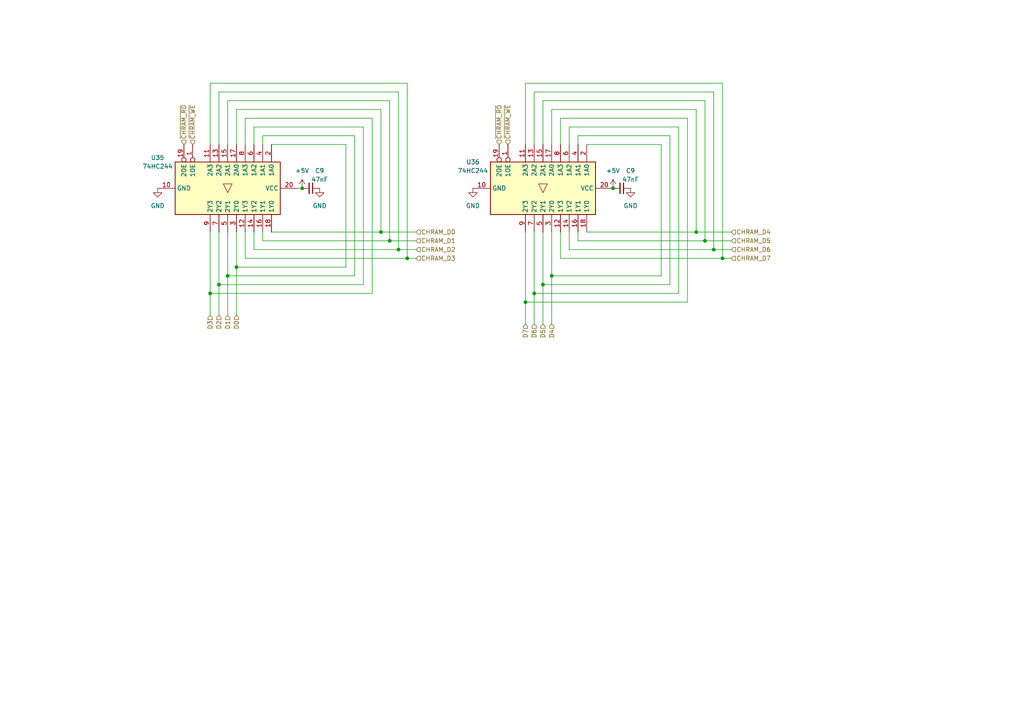
<source format=kicad_sch>
(kicad_sch (version 20230121) (generator eeschema)
  (paper "A4")
  (lib_symbols
    (symbol "74xx:74HC244"
      (property "Reference" "U" (at -7.62 16.51 0))
      (property "Value" "74HC244" (at -7.62 -16.51 0))
      (symbol "74HC244_1_0"
        (polyline (pts (xy 1.27 0) (xy -1.27 1.27) (xy -1.27 -1.27) (xy 1.27 0)) (stroke (width 0.1524)))
        (pin input inverted (at -12.7 -10.16 0) (length 5.08) (name "1OE") (number "1"))
        (pin power_in line (at 0 -20.32 90) (length 5.08) (name "GND") (number "10"))
        (pin input line (at -12.7 -5.08 0) (length 5.08) (name "2A3") (number "11"))
        (pin tri_state line (at 12.7 5.08 180) (length 5.08) (name "1Y3") (number "12"))
        (pin input line (at -12.7 -2.54 0) (length 5.08) (name "2A2") (number "13"))
        (pin tri_state line (at 12.7 7.62 180) (length 5.08) (name "1Y2") (number "14"))
        (pin input line (at -12.7 0 0) (length 5.08) (name "2A1") (number "15"))
        (pin tri_state line (at 12.7 10.16 180) (length 5.08) (name "1Y1") (number "16"))
        (pin input line (at -12.7 2.54 0) (length 5.08) (name "2A0") (number "17"))
        (pin tri_state line (at 12.7 12.7 180) (length 5.08) (name "1Y0") (number "18"))
        (pin input inverted (at -12.7 -12.7 0) (length 5.08) (name "2OE") (number "19"))
        (pin input line (at -12.7 12.7 0) (length 5.08) (name "1A0") (number "2"))
        (pin power_in line (at 0 20.32 270) (length 5.08) (name "VCC") (number "20"))
        (pin tri_state line (at 12.7 2.54 180) (length 5.08) (name "2Y0") (number "3"))
        (pin input line (at -12.7 10.16 0) (length 5.08) (name "1A1") (number "4"))
        (pin tri_state line (at 12.7 0 180) (length 5.08) (name "2Y1") (number "5"))
        (pin input line (at -12.7 7.62 0) (length 5.08) (name "1A2") (number "6"))
        (pin tri_state line (at 12.7 -2.54 180) (length 5.08) (name "2Y2") (number "7"))
        (pin input line (at -12.7 5.08 0) (length 5.08) (name "1A3") (number "8"))
        (pin tri_state line (at 12.7 -5.08 180) (length 5.08) (name "2Y3") (number "9"))
      )
      (symbol "74HC244_1_1"
        (rectangle (start -7.62 15.24) (end 7.62 -15.24) (stroke (width 0.254)) (fill (type background)))
      )
    )
    (symbol "Device:C_Small" (pin_numbers hide) (pin_names (offset 0.254) hide)
      (property "Reference" "C" (at 0.254 1.778 0))
      (property "Value" "C_Small" (at 0.254 -2.032 0))
      (symbol "C_Small_0_1"
        (polyline (pts (xy -1.524 -0.508) (xy 1.524 -0.508)) (stroke (width 0.3302)))
        (polyline (pts (xy -1.524 0.508) (xy 1.524 0.508)) (stroke (width 0.3048)))
      )
      (symbol "C_Small_1_1"
        (pin passive line (at 0 2.54 270) (length 2.032) (name "~") (number "1"))
        (pin passive line (at 0 -2.54 90) (length 2.032) (name "~") (number "2"))
      )
    )
    (symbol "power:+5V" (power) (pin_names (offset 0))
      (property "Value" "+5V" (at 0 3.556 0))
      (symbol "+5V_0_1"
        (polyline (pts (xy -0.762 1.27) (xy 0 2.54)))
        (polyline (pts (xy 0 0) (xy 0 2.54)))
        (polyline (pts (xy 0 2.54) (xy 0.762 1.27)))
      )
      (symbol "+5V_1_1"
        (pin power_in line (at 0 0 90) (length 0) hide (name "+5V") (number "1"))
      )
    )
    (symbol "power:GND" (power) (pin_names (offset 0))
      (property "Value" "GND" (at 0 -3.81 0))
      (symbol "GND_0_1"
        (polyline (pts (xy 0 0) (xy 0 -1.27) (xy 1.27 -1.27) (xy 0 -2.54) (xy -1.27 -1.27) (xy 0 -1.27)))
      )
      (symbol "GND_1_1"
        (pin power_in line (at 0 0 270) (length 0) hide (name "GND") (number "1"))
      )
    )
  )
  (junction (at 207.01 72.39))
  (junction (at 209.55 74.93))
  (junction (at 87.63 54.61))
  (junction (at 118.11 74.93))
  (junction (at 152.4 87.63))
  (junction (at 68.58 77.47))
  (junction (at 66.04 80.01))
  (junction (at 63.5 82.55))
  (junction (at 204.47 69.85))
  (junction (at 201.93 67.31))
  (junction (at 154.94 85.09))
  (junction (at 115.57 72.39))
  (junction (at 160.02 80.01))
  (junction (at 110.49 67.31))
  (junction (at 177.8 54.61))
  (junction (at 157.48 82.55))
  (junction (at 60.96 85.09))
  (junction (at 113.03 69.85))
  (wire (pts (xy 115.57 26.67) (xy 63.5 26.67)))
  (wire (pts (xy 63.5 26.67) (xy 63.5 41.91)))
  (wire (pts (xy 76.2 69.85) (xy 113.03 69.85)))
  (wire (pts (xy 201.93 67.31) (xy 212.09 67.31)))
  (wire (pts (xy 73.66 36.83) (xy 73.66 41.91)))
  (wire (pts (xy 76.2 39.37) (xy 76.2 41.91)))
  (wire (pts (xy 160.02 67.31) (xy 160.02 80.01)))
  (wire (pts (xy 63.5 67.31) (xy 63.5 82.55)))
  (wire (pts (xy 167.64 67.31) (xy 167.64 69.85)))
  (wire (pts (xy 194.31 39.37) (xy 194.31 82.55)))
  (wire (pts (xy 160.02 80.01) (xy 191.77 80.01)))
  (wire (pts (xy 71.12 74.93) (xy 118.11 74.93)))
  (wire (pts (xy 207.01 72.39) (xy 207.01 26.67)))
  (wire (pts (xy 201.93 31.75) (xy 160.02 31.75)))
  (wire (pts (xy 105.41 82.55) (xy 105.41 36.83)))
  (wire (pts (xy 73.66 67.31) (xy 73.66 72.39)))
  (wire (pts (xy 160.02 31.75) (xy 160.02 41.91)))
  (wire (pts (xy 191.77 80.01) (xy 191.77 41.91)))
  (wire (pts (xy 191.77 41.91) (xy 170.18 41.91)))
  (wire (pts (xy 152.4 87.63) (xy 199.39 87.63)))
  (wire (pts (xy 102.87 80.01) (xy 102.87 39.37)))
  (wire (pts (xy 194.31 39.37) (xy 167.64 39.37)))
  (wire (pts (xy 165.1 67.31) (xy 165.1 72.39)))
  (wire (pts (xy 105.41 36.83) (xy 73.66 36.83)))
  (wire (pts (xy 162.56 67.31) (xy 162.56 74.93)))
  (wire (pts (xy 165.1 72.39) (xy 207.01 72.39)))
  (wire (pts (xy 78.74 67.31) (xy 110.49 67.31)))
  (wire (pts (xy 107.95 34.29) (xy 107.95 85.09)))
  (wire (pts (xy 152.4 87.63) (xy 152.4 93.98)))
  (wire (pts (xy 209.55 74.93) (xy 209.55 24.13)))
  (wire (pts (xy 76.2 67.31) (xy 76.2 69.85)))
  (wire (pts (xy 204.47 29.21) (xy 157.48 29.21)))
  (wire (pts (xy 170.18 67.31) (xy 201.93 67.31)))
  (wire (pts (xy 66.04 29.21) (xy 66.04 41.91)))
  (wire (pts (xy 68.58 77.47) (xy 100.33 77.47)))
  (wire (pts (xy 204.47 69.85) (xy 212.09 69.85)))
  (wire (pts (xy 115.57 72.39) (xy 120.65 72.39)))
  (wire (pts (xy 162.56 74.93) (xy 209.55 74.93)))
  (wire (pts (xy 100.33 41.91) (xy 78.74 41.91)))
  (wire (pts (xy 66.04 67.31) (xy 66.04 80.01)))
  (wire (pts (xy 60.96 85.09) (xy 60.96 91.44)))
  (wire (pts (xy 102.87 39.37) (xy 76.2 39.37)))
  (wire (pts (xy 162.56 34.29) (xy 162.56 41.91)))
  (wire (pts (xy 196.85 36.83) (xy 165.1 36.83)))
  (wire (pts (xy 157.48 29.21) (xy 157.48 41.91)))
  (wire (pts (xy 154.94 26.67) (xy 154.94 41.91)))
  (wire (pts (xy 63.5 82.55) (xy 63.5 91.44)))
  (wire (pts (xy 60.96 67.31) (xy 60.96 85.09)))
  (wire (pts (xy 115.57 72.39) (xy 115.57 26.67)))
  (wire (pts (xy 60.96 24.13) (xy 60.96 41.91)))
  (wire (pts (xy 110.49 67.31) (xy 120.65 67.31)))
  (wire (pts (xy 71.12 34.29) (xy 71.12 41.91)))
  (wire (pts (xy 207.01 72.39) (xy 212.09 72.39)))
  (wire (pts (xy 73.66 72.39) (xy 115.57 72.39)))
  (wire (pts (xy 160.02 80.01) (xy 160.02 93.98)))
  (wire (pts (xy 110.49 31.75) (xy 68.58 31.75)))
  (wire (pts (xy 201.93 67.31) (xy 201.93 31.75)))
  (wire (pts (xy 152.4 24.13) (xy 152.4 41.91)))
  (wire (pts (xy 68.58 31.75) (xy 68.58 41.91)))
  (wire (pts (xy 207.01 26.67) (xy 154.94 26.67)))
  (wire (pts (xy 154.94 85.09) (xy 196.85 85.09)))
  (wire (pts (xy 118.11 24.13) (xy 60.96 24.13)))
  (wire (pts (xy 204.47 69.85) (xy 204.47 29.21)))
  (wire (pts (xy 154.94 67.31) (xy 154.94 85.09)))
  (wire (pts (xy 113.03 69.85) (xy 120.65 69.85)))
  (wire (pts (xy 66.04 80.01) (xy 66.04 91.44)))
  (wire (pts (xy 209.55 24.13) (xy 152.4 24.13)))
  (wire (pts (xy 152.4 67.31) (xy 152.4 87.63)))
  (wire (pts (xy 167.64 39.37) (xy 167.64 41.91)))
  (wire (pts (xy 157.48 67.31) (xy 157.48 82.55)))
  (wire (pts (xy 199.39 34.29) (xy 199.39 87.63)))
  (wire (pts (xy 71.12 67.31) (xy 71.12 74.93)))
  (wire (pts (xy 167.64 69.85) (xy 204.47 69.85)))
  (wire (pts (xy 107.95 34.29) (xy 71.12 34.29)))
  (wire (pts (xy 68.58 67.31) (xy 68.58 77.47)))
  (wire (pts (xy 113.03 69.85) (xy 113.03 29.21)))
  (wire (pts (xy 157.48 82.55) (xy 157.48 93.98)))
  (wire (pts (xy 63.5 82.55) (xy 105.41 82.55)))
  (wire (pts (xy 100.33 77.47) (xy 100.33 41.91)))
  (wire (pts (xy 209.55 74.93) (xy 212.09 74.93)))
  (wire (pts (xy 118.11 74.93) (xy 120.65 74.93)))
  (wire (pts (xy 154.94 85.09) (xy 154.94 93.98)))
  (wire (pts (xy 68.58 77.47) (xy 68.58 91.44)))
  (wire (pts (xy 60.96 85.09) (xy 107.95 85.09)))
  (wire (pts (xy 113.03 29.21) (xy 66.04 29.21)))
  (wire (pts (xy 157.48 82.55) (xy 194.31 82.55)))
  (wire (pts (xy 196.85 36.83) (xy 196.85 85.09)))
  (wire (pts (xy 199.39 34.29) (xy 162.56 34.29)))
  (wire (pts (xy 110.49 67.31) (xy 110.49 31.75)))
  (wire (pts (xy 66.04 80.01) (xy 102.87 80.01)))
  (wire (pts (xy 118.11 74.93) (xy 118.11 24.13)))
  (wire (pts (xy 165.1 36.83) (xy 165.1 41.91)))
  (wire (pts (xy 86.36 54.61) (xy 87.63 54.61)))
  (hierarchical_label "D6" (shape input) (at 154.94 93.98 270))
  (hierarchical_label "D5" (shape input) (at 157.48 93.98 270))
  (hierarchical_label "~{CHRAM_WE}" (shape input) (at 55.88 41.91 90))
  (hierarchical_label "CHRAM_D1" (shape input) (at 120.65 69.85 0))
  (hierarchical_label "D1" (shape input) (at 66.04 91.44 270))
  (hierarchical_label "D0" (shape input) (at 68.58 91.44 270))
  (hierarchical_label "CHRAM_D4" (shape input) (at 212.09 67.31 0))
  (hierarchical_label "CHRAM_D5" (shape input) (at 212.09 69.85 0))
  (hierarchical_label "CHRAM_D3" (shape input) (at 120.65 74.93 0))
  (hierarchical_label "D4" (shape input) (at 160.02 93.98 270))
  (hierarchical_label "CHRAM_D7" (shape input) (at 212.09 74.93 0))
  (hierarchical_label "CHRAM_D6" (shape input) (at 212.09 72.39 0))
  (hierarchical_label "~{CHRAM_WE}" (shape input) (at 147.32 41.91 90))
  (hierarchical_label "D7" (shape input) (at 152.4 93.98 270))
  (hierarchical_label "~{CHRAM_RD}" (shape input) (at 144.78 41.91 90))
  (hierarchical_label "~{CHRAM_RD}" (shape input) (at 53.34 41.91 90))
  (hierarchical_label "D3" (shape input) (at 60.96 91.44 270))
  (hierarchical_label "D2" (shape input) (at 63.5 91.44 270))
  (hierarchical_label "CHRAM_D0" (shape input) (at 120.65 67.31 0))
  (hierarchical_label "CHRAM_D2" (shape input) (at 120.65 72.39 0))
  (symbol (lib_id "power:+5V") (at 87.63 54.61 0) (unit 1)
    (property "Reference" "#PWR057" (effects hide))
    (property "Value" "+5V" (at 87.63 49.53 0))
    (instances (project "Micro" (path "" (reference "#PWR057") (unit 1)) (path "" (reference "#PWR050") (unit 1))))
  )
  (symbol (lib_id "74xx:74HC244") (at 66.04 54.61 270) (unit 1)
    (property "Reference" "U35" (at 45.72 45.72 90))
    (property "Value" "74HC244" (at 45.72 48.26 90))
    (property "Footprint" "Package_SO:SOIC-20W_7.5x12.8mm_P1.27mm" (effects hide))
    (property "Datasheet" "https://assets.nexperia.com/documents/data-sheet/74HC_HCT244.pdf" (effects hide))
    (instances (project "Micro" (path "" (reference "U35") (unit 1)) (path "" (reference "U42") (unit 1))))
  )
  (symbol (lib_id "power:GND") (at 92.71 54.61 0) (mirror y) (unit 1)
    (property "Reference" "#PWR0128" (effects hide))
    (property "Value" "GND" (at 92.71 59.69 0))
    (instances (project "Micro" (path "" (reference "#PWR0128") (unit 1)) (path "" (reference "#PWR0153") (unit 1)) (path "" (reference "#PWR0154") (unit 1)) (path "" (reference "#PWR0159") (unit 1)) (path "" (reference "#PWR0160") (unit 1))))
  )
  (symbol (lib_id "power:+5V") (at 177.8 54.61 0) (unit 1)
    (property "Reference" "#PWR056" (effects hide))
    (property "Value" "+5V" (at 177.8 49.53 0))
    (instances (project "Micro" (path "" (reference "#PWR056") (unit 1)) (path "" (reference "#PWR064") (unit 1))))
  )
  (symbol (lib_id "power:GND") (at 137.16 54.61 0) (unit 1)
    (property "Reference" "#PWR055" (effects hide))
    (property "Value" "GND" (at 137.16 59.69 0))
    (instances (project "Micro" (path "" (reference "#PWR055") (unit 1)) (path "" (reference "#PWR063") (unit 1))))
  )
  (symbol (lib_id "74xx:74HC244") (at 157.48 54.61 270) (unit 1)
    (property "Reference" "U36" (at 137.16 46.99 90))
    (property "Value" "74HC244" (at 137.16 49.53 90))
    (property "Footprint" "Package_SO:SOIC-20W_7.5x12.8mm_P1.27mm" (effects hide))
    (property "Datasheet" "https://assets.nexperia.com/documents/data-sheet/74HC_HCT244.pdf" (effects hide))
    (instances (project "Micro" (path "" (reference "U36") (unit 1)) (path "" (reference "U43") (unit 1))))
  )
  (symbol (lib_id "Device:C_Small") (at 180.34 54.61 270) (mirror x) (unit 1)
    (property "Reference" "C9" (at 182.88 49.53 90))
    (property "Value" "47nF" (at 182.88 52.07 90))
    (property "Footprint" "Capacitor_SMD:C_0603_1608Metric_Pad1.08x0.95mm_HandSolder" (effects hide))
    (instances (project "Micro" (path "" (reference "C9") (unit 1)) (path "" (reference "C34") (unit 1)) (path "" (reference "C35") (unit 1)) (path "" (reference "C42") (unit 1)) (path "" (reference "C43") (unit 1))))
  )
  (symbol (lib_id "power:GND") (at 45.72 54.61 0) (unit 1)
    (property "Reference" "#PWR054" (effects hide))
    (property "Value" "GND" (at 45.72 59.69 0))
    (instances (project "Micro" (path "" (reference "#PWR054") (unit 1)) (path "" (reference "#PWR046") (unit 1))))
  )
  (symbol (lib_id "Device:C_Small") (at 90.17 54.61 270) (mirror x) (unit 1)
    (property "Reference" "C9" (at 92.71 49.53 90))
    (property "Value" "47nF" (at 92.71 52.07 90))
    (property "Footprint" "Capacitor_SMD:C_0603_1608Metric_Pad1.08x0.95mm_HandSolder" (effects hide))
    (instances (project "Micro" (path "" (reference "C9") (unit 1)) (path "" (reference "C34") (unit 1)) (path "" (reference "C35") (unit 1)) (path "" (reference "C40") (unit 1)) (path "" (reference "C41") (unit 1))))
  )
  (symbol (lib_id "power:GND") (at 182.88 54.61 0) (mirror y) (unit 1)
    (property "Reference" "#PWR0128" (effects hide))
    (property "Value" "GND" (at 182.88 59.69 0))
    (instances (project "Micro" (path "" (reference "#PWR0128") (unit 1)) (path "" (reference "#PWR0153") (unit 1)) (path "" (reference "#PWR0154") (unit 1)) (path "" (reference "#PWR0161") (unit 1)) (path "" (reference "#PWR0162") (unit 1))))
  )
)
</source>
